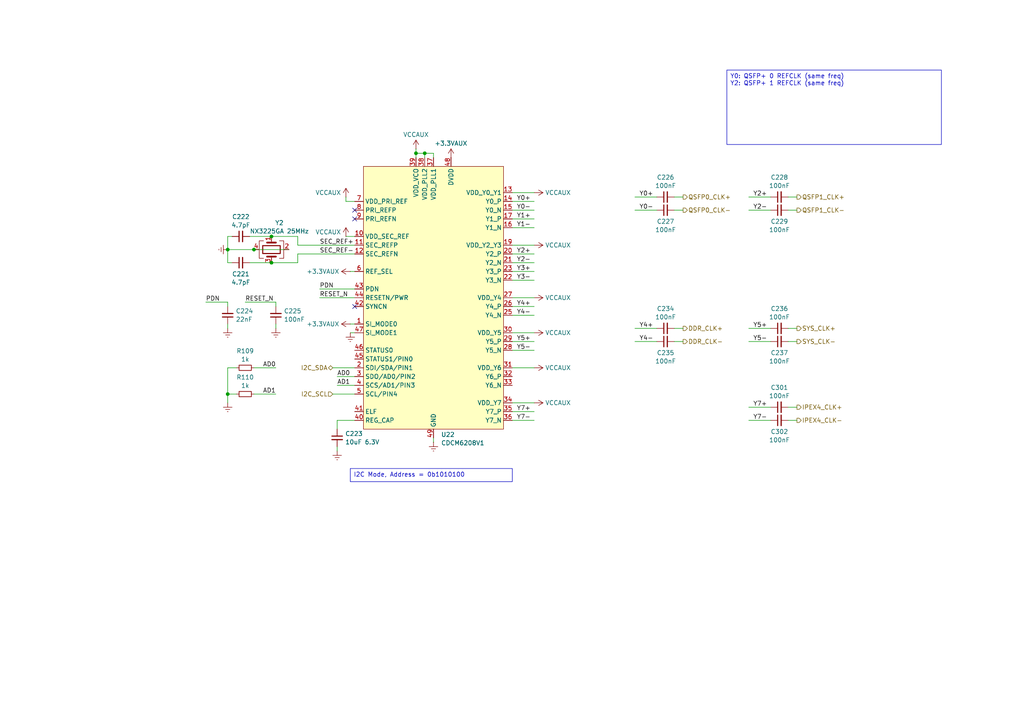
<source format=kicad_sch>
(kicad_sch (version 20231120) (generator "eeschema") (generator_version "8.0")
  (paper "A4")
  (lib_symbols
    (symbol "CHIPSAlliance_Timer_PLL:CDCM6208V1"
      (property "Reference" "U" (at -17.145 -40.005 0))
      (property "Value" "CDCM6208V1" (at 14.605 -40.005 0))
      (symbol "CDCM6208V1_0_0"
        (pin passive line (at -22.86 -7.62 0) (length 2.54) (name "SI_MODE0") (number "1"))
        (pin power_in line (at -22.86 17.78 0) (length 2.54) (name "VDD_SEC_REF") (number "10"))
        (pin input line (at -22.86 15.24 0) (length 2.54) (name "SEC_REFP") (number "11"))
        (pin input line (at -22.86 12.7 0) (length 2.54) (name "SEC_REFN") (number "12"))
        (pin power_in line (at 22.86 30.48 180) (length 2.54) (name "VDD_Y0_Y1") (number "13"))
        (pin output line (at 22.86 27.94 180) (length 2.54) (name "Y0_P") (number "14"))
        (pin output line (at 22.86 25.4 180) (length 2.54) (name "Y0_N") (number "15"))
        (pin output line (at 22.86 20.32 180) (length 2.54) (name "Y1_N") (number "16"))
        (pin output line (at 22.86 22.86 180) (length 2.54) (name "Y1_P") (number "17"))
        (pin power_in line (at 22.86 15.24 180) (length 2.54) (name "VDD_Y2_Y3") (number "19"))
        (pin bidirectional line (at -22.86 -20.32 0) (length 2.54) (name "SDI/SDA/PIN1") (number "2"))
        (pin output line (at 22.86 12.7 180) (length 2.54) (name "Y2_P") (number "20"))
        (pin output line (at 22.86 10.16 180) (length 2.54) (name "Y2_N") (number "21"))
        (pin output line (at 22.86 5.08 180) (length 2.54) (name "Y3_N") (number "22"))
        (pin output line (at 22.86 7.62 180) (length 2.54) (name "Y3_P") (number "23"))
        (pin output line (at 22.86 -5.08 180) (length 2.54) (name "Y4_N") (number "25"))
        (pin output line (at 22.86 -2.54 180) (length 2.54) (name "Y4_P") (number "26"))
        (pin power_in line (at 22.86 0 180) (length 2.54) (name "VDD_Y4") (number "27"))
        (pin output line (at 22.86 -15.24 180) (length 2.54) (name "Y5_N") (number "28"))
        (pin output line (at 22.86 -12.7 180) (length 2.54) (name "Y5_P") (number "29"))
        (pin bidirectional line (at -22.86 -22.86 0) (length 2.54) (name "SDO/AD0/PIN2") (number "3"))
        (pin power_in line (at 22.86 -10.16 180) (length 2.54) (name "VDD_Y5") (number "30"))
        (pin power_in line (at 22.86 -20.32 180) (length 2.54) (name "VDD_Y6") (number "31"))
        (pin output line (at 22.86 -22.86 180) (length 2.54) (name "Y6_P") (number "32"))
        (pin output line (at 22.86 -25.4 180) (length 2.54) (name "Y6_N") (number "33"))
        (pin power_in line (at 22.86 -30.48 180) (length 2.54) (name "VDD_Y7") (number "34"))
        (pin output line (at 22.86 -33.02 180) (length 2.54) (name "Y7_P") (number "35"))
        (pin output line (at 22.86 -35.56 180) (length 2.54) (name "Y7_N") (number "36"))
        (pin power_in line (at 0 40.64 270) (length 2.54) (name "VDD_PLL1") (number "37"))
        (pin power_in line (at -2.54 40.64 270) (length 2.54) (name "VDD_PLL2") (number "38"))
        (pin power_in line (at -5.08 40.64 270) (length 2.54) (name "VDD_VCO") (number "39"))
        (pin input line (at -22.86 -25.4 0) (length 2.54) (name "SCS/AD1/PIN3") (number "4"))
        (pin passive line (at -22.86 -35.56 0) (length 2.54) (name "REG_CAP") (number "40"))
        (pin output line (at -22.86 -33.02 0) (length 2.54) (name "ELF") (number "41"))
        (pin input line (at -22.86 -2.54 0) (length 2.54) (name "SYNCN") (number "42"))
        (pin input line (at -22.86 2.54 0) (length 2.54) (name "PDN") (number "43"))
        (pin input line (at -22.86 0 0) (length 2.54) (name "RESETN/PWR") (number "44"))
        (pin bidirectional line (at -22.86 -17.78 0) (length 2.54) (name "STATUS1/PIN0") (number "45"))
        (pin output line (at -22.86 -15.24 0) (length 2.54) (name "STATUS0") (number "46"))
        (pin input line (at -22.86 -10.16 0) (length 2.54) (name "SI_MODE1") (number "47"))
        (pin power_in line (at 5.08 40.64 270) (length 2.54) (name "DVDD") (number "48"))
        (pin power_in line (at 0 -40.64 90) (length 2.54) (name "GND") (number "49"))
        (pin input line (at -22.86 -27.94 0) (length 2.54) (name "SCL/PIN4") (number "5"))
        (pin input line (at -22.86 7.62 0) (length 2.54) (name "REF_SEL") (number "6"))
        (pin power_in line (at -22.86 27.94 0) (length 2.54) (name "VDD_PRI_REF") (number "7"))
        (pin input line (at -22.86 25.4 0) (length 2.54) (name "PRI_REFP") (number "8"))
        (pin input line (at -22.86 22.86 0) (length 2.54) (name "PRI_REFN") (number "9"))
      )
      (symbol "CDCM6208V1_1_0"
        (pin passive line (at 22.86 30.48 180) (length 2.54) hide (name "VDD_Y0_Y1") (number "18"))
        (pin passive line (at 22.86 15.24 180) (length 2.54) hide (name "VDD_Y2_Y3") (number "24"))
      )
      (symbol "CDCM6208V1_1_1"
        (rectangle (start -20.32 38.1) (end 20.32 -38.1) (fill (type background)))
      )
    )
    (symbol "Device:C_Small" (pin_numbers hide) (pin_names (offset 0.254) hide)
      (property "Reference" "C" (at 0.254 1.778 0))
      (property "Value" "C_Small" (at 0.254 -2.032 0))
      (symbol "C_Small_0_1"
        (polyline (pts (xy -1.524 -0.508) (xy 1.524 -0.508)) (stroke (width 0.3302)))
        (polyline (pts (xy -1.524 0.508) (xy 1.524 0.508)) (stroke (width 0.3048)))
      )
      (symbol "C_Small_1_1"
        (pin passive line (at 0 2.54 270) (length 2.032) (name "~") (number "1"))
        (pin passive line (at 0 -2.54 90) (length 2.032) (name "~") (number "2"))
      )
    )
    (symbol "Device:Crystal_GND24" (pin_names (offset 1.016) hide)
      (property "Reference" "Y" (at 3.175 5.08 0))
      (property "Value" "Crystal_GND24" (at 3.175 3.175 0))
      (symbol "Crystal_GND24_0_1"
        (rectangle (start -1.143 2.54) (end 1.143 -2.54) (stroke (width 0.3048)))
        (polyline (pts (xy -2.54 0) (xy -2.032 0)))
        (polyline (pts (xy -2.032 -1.27) (xy -2.032 1.27)) (stroke (width 0.508)))
        (polyline (pts (xy 0 -3.81) (xy 0 -3.556)))
        (polyline (pts (xy 0 3.556) (xy 0 3.81)))
        (polyline (pts (xy 2.032 -1.27) (xy 2.032 1.27)) (stroke (width 0.508)))
        (polyline (pts (xy 2.032 0) (xy 2.54 0)))
        (polyline (pts (xy -2.54 -2.286) (xy -2.54 -3.556) (xy 2.54 -3.556) (xy 2.54 -2.286)))
        (polyline (pts (xy -2.54 2.286) (xy -2.54 3.556) (xy 2.54 3.556) (xy 2.54 2.286)))
      )
      (symbol "Crystal_GND24_1_1"
        (pin passive line (at -3.81 0 0) (length 1.27) (name "1") (number "1"))
        (pin passive line (at 0 5.08 270) (length 1.27) (name "2") (number "2"))
        (pin passive line (at 3.81 0 180) (length 1.27) (name "3") (number "3"))
        (pin passive line (at 0 -5.08 90) (length 1.27) (name "4") (number "4"))
      )
    )
    (symbol "Device:R_Small" (pin_numbers hide) (pin_names (offset 0.254) hide)
      (property "Reference" "R" (at 0.762 0.508 0))
      (property "Value" "R_Small" (at 0.762 -1.016 0))
      (symbol "R_Small_0_1"
        (rectangle (start -0.762 1.778) (end 0.762 -1.778) (stroke (width 0.2032)))
      )
      (symbol "R_Small_1_1"
        (pin passive line (at 0 2.54 270) (length 0.762) (name "~") (number "1"))
        (pin passive line (at 0 -2.54 90) (length 0.762) (name "~") (number "2"))
      )
    )
    (symbol "power:+12V" (power) (pin_numbers hide) (pin_names (offset 0) hide)
      (property "Value" "+12V" (at 0 3.556 0))
      (symbol "+12V_0_1"
        (polyline (pts (xy -0.762 1.27) (xy 0 2.54)))
        (polyline (pts (xy 0 0) (xy 0 2.54)))
        (polyline (pts (xy 0 2.54) (xy 0.762 1.27)))
      )
      (symbol "+12V_1_1"
        (pin power_in line (at 0 0 90) (length 0) (name "~") (number "1"))
      )
    )
    (symbol "power:+5V" (power) (pin_numbers hide) (pin_names (offset 0) hide)
      (property "Value" "+5V" (at 0 3.556 0))
      (symbol "+5V_0_1"
        (polyline (pts (xy -0.762 1.27) (xy 0 2.54)))
        (polyline (pts (xy 0 0) (xy 0 2.54)))
        (polyline (pts (xy 0 2.54) (xy 0.762 1.27)))
      )
      (symbol "+5V_1_1"
        (pin power_in line (at 0 0 90) (length 0) (name "~") (number "1"))
      )
    )
    (symbol "power:Earth" (power) (pin_numbers hide) (pin_names (offset 0) hide)
      (property "Value" "Earth" (at 0 -3.81 0))
      (symbol "Earth_0_1"
        (polyline (pts (xy -0.635 -1.905) (xy 0.635 -1.905)))
        (polyline (pts (xy -0.127 -2.54) (xy 0.127 -2.54)))
        (polyline (pts (xy 0 -1.27) (xy 0 0)))
        (polyline (pts (xy 1.27 -1.27) (xy -1.27 -1.27)))
      )
      (symbol "Earth_1_1"
        (pin power_in line (at 0 0 270) (length 0) (name "~") (number "1"))
      )
    )
  )
  (junction (at 66.04 72.39))
  (junction (at 123.19 44.45))
  (junction (at 78.74 76.2))
  (junction (at 66.04 114.3))
  (junction (at 73.66 72.39))
  (junction (at 120.65 44.45))
  (junction (at 78.74 68.58))
  (no_connect (at 102.87 63.5))
  (no_connect (at 102.87 60.96))
  (no_connect (at 102.87 88.9))
  (wire (pts (xy 123.19 44.45) (xy 123.19 45.72)))
  (wire (pts (xy 97.79 121.92) (xy 102.87 121.92)))
  (wire (pts (xy 66.04 87.63) (xy 66.04 88.9)))
  (wire (pts (xy 228.6 99.06) (xy 231.14 99.06)))
  (wire (pts (xy 217.17 60.96) (xy 223.52 60.96)))
  (wire (pts (xy 228.6 57.15) (xy 231.14 57.15)))
  (wire (pts (xy 97.79 111.76) (xy 102.87 111.76)))
  (wire (pts (xy 125.73 44.45) (xy 123.19 44.45)))
  (wire (pts (xy 72.39 68.58) (xy 78.74 68.58)))
  (wire (pts (xy 148.59 76.2) (xy 154.94 76.2)))
  (wire (pts (xy 97.79 109.22) (xy 102.87 109.22)))
  (wire (pts (xy 148.59 86.36) (xy 154.94 86.36)))
  (wire (pts (xy 100.33 58.42) (xy 100.33 57.15)))
  (wire (pts (xy 217.17 118.11) (xy 223.52 118.11)))
  (wire (pts (xy 184.15 99.06) (xy 190.5 99.06)))
  (wire (pts (xy 66.04 93.98) (xy 66.04 95.25)))
  (wire (pts (xy 148.59 58.42) (xy 154.94 58.42)))
  (wire (pts (xy 96.52 106.68) (xy 102.87 106.68)))
  (wire (pts (xy 78.74 76.2) (xy 86.36 76.2)))
  (wire (pts (xy 92.71 83.82) (xy 102.87 83.82)))
  (wire (pts (xy 125.73 127) (xy 125.73 128.27)))
  (wire (pts (xy 184.15 60.96) (xy 190.5 60.96)))
  (wire (pts (xy 125.73 45.72) (xy 125.73 44.45)))
  (wire (pts (xy 92.71 86.36) (xy 102.87 86.36)))
  (wire (pts (xy 101.6 78.74) (xy 102.87 78.74)))
  (wire (pts (xy 66.04 68.58) (xy 66.04 72.39)))
  (wire (pts (xy 86.36 76.2) (xy 86.36 73.66)))
  (wire (pts (xy 66.04 76.2) (xy 66.04 72.39)))
  (wire (pts (xy 80.01 87.63) (xy 80.01 88.9)))
  (wire (pts (xy 66.04 72.39) (xy 73.66 72.39)))
  (wire (pts (xy 148.59 63.5) (xy 154.94 63.5)))
  (wire (pts (xy 66.04 106.68) (xy 68.58 106.68)))
  (wire (pts (xy 101.6 96.52) (xy 102.87 96.52)))
  (wire (pts (xy 228.6 121.92) (xy 231.14 121.92)))
  (wire (pts (xy 67.31 76.2) (xy 66.04 76.2)))
  (wire (pts (xy 96.52 114.3) (xy 102.87 114.3)))
  (wire (pts (xy 66.04 114.3) (xy 66.04 116.84)))
  (wire (pts (xy 148.59 119.38) (xy 154.94 119.38)))
  (wire (pts (xy 184.15 95.25) (xy 190.5 95.25)))
  (wire (pts (xy 228.6 95.25) (xy 231.14 95.25)))
  (wire (pts (xy 148.59 88.9) (xy 154.94 88.9)))
  (wire (pts (xy 120.65 44.45) (xy 120.65 43.18)))
  (wire (pts (xy 97.79 124.46) (xy 97.79 121.92)))
  (wire (pts (xy 148.59 96.52) (xy 154.94 96.52)))
  (wire (pts (xy 86.36 73.66) (xy 102.87 73.66)))
  (wire (pts (xy 67.31 68.58) (xy 66.04 68.58)))
  (wire (pts (xy 217.17 121.92) (xy 223.52 121.92)))
  (wire (pts (xy 148.59 60.96) (xy 154.94 60.96)))
  (wire (pts (xy 148.59 78.74) (xy 154.94 78.74)))
  (wire (pts (xy 148.59 99.06) (xy 154.94 99.06)))
  (wire (pts (xy 148.59 101.6) (xy 154.94 101.6)))
  (wire (pts (xy 195.58 57.15) (xy 198.12 57.15)))
  (wire (pts (xy 86.36 68.58) (xy 86.36 71.12)))
  (wire (pts (xy 71.12 87.63) (xy 80.01 87.63)))
  (wire (pts (xy 72.39 76.2) (xy 78.74 76.2)))
  (wire (pts (xy 102.87 58.42) (xy 100.33 58.42)))
  (wire (pts (xy 228.6 118.11) (xy 231.14 118.11)))
  (wire (pts (xy 148.59 55.88) (xy 154.94 55.88)))
  (wire (pts (xy 148.59 91.44) (xy 154.94 91.44)))
  (wire (pts (xy 148.59 121.92) (xy 154.94 121.92)))
  (wire (pts (xy 100.33 68.58) (xy 102.87 68.58)))
  (wire (pts (xy 195.58 60.96) (xy 198.12 60.96)))
  (wire (pts (xy 217.17 99.06) (xy 223.52 99.06)))
  (wire (pts (xy 123.19 44.45) (xy 120.65 44.45)))
  (wire (pts (xy 68.58 114.3) (xy 66.04 114.3)))
  (wire (pts (xy 148.59 73.66) (xy 154.94 73.66)))
  (wire (pts (xy 217.17 95.25) (xy 223.52 95.25)))
  (wire (pts (xy 195.58 95.25) (xy 198.12 95.25)))
  (wire (pts (xy 148.59 116.84) (xy 154.94 116.84)))
  (wire (pts (xy 228.6 60.96) (xy 231.14 60.96)))
  (wire (pts (xy 78.74 68.58) (xy 86.36 68.58)))
  (wire (pts (xy 217.17 57.15) (xy 223.52 57.15)))
  (wire (pts (xy 120.65 44.45) (xy 120.65 45.72)))
  (wire (pts (xy 97.79 129.54) (xy 97.79 130.81)))
  (wire (pts (xy 195.58 99.06) (xy 198.12 99.06)))
  (wire (pts (xy 101.6 93.98) (xy 102.87 93.98)))
  (wire (pts (xy 66.04 114.3) (xy 66.04 106.68)))
  (wire (pts (xy 73.66 72.39) (xy 83.82 72.39)))
  (wire (pts (xy 59.69 87.63) (xy 66.04 87.63)))
  (wire (pts (xy 80.01 93.98) (xy 80.01 95.25)))
  (wire (pts (xy 148.59 66.04) (xy 154.94 66.04)))
  (wire (pts (xy 184.15 57.15) (xy 190.5 57.15)))
  (wire (pts (xy 80.01 114.3) (xy 73.66 114.3)))
  (wire (pts (xy 86.36 71.12) (xy 102.87 71.12)))
  (wire (pts (xy 148.59 81.28) (xy 154.94 81.28)))
  (wire (pts (xy 148.59 71.12) (xy 154.94 71.12)))
  (wire (pts (xy 80.01 106.68) (xy 73.66 106.68)))
  (wire (pts (xy 148.59 106.68) (xy 154.94 106.68)))
  (text_box "Y0: QSFP+ 0 REFCLK (same freq)\nY2: QSFP+ 1 REFCLK (same freq)" (at 210.82 20.32 0) (size 62.23 21.59) (effects (font (size 1.27 1.27)) (justify left top)))
  (text_box "I2C Mode, Address = 0b1010100" (at 101.6 135.89 0) (size 46.99 3.81) (effects (font (size 1.27 1.27)) (justify left top)))
  (label "PDN" (at 59.69 87.63 0))
  (label "PDN" (at 92.71 83.82 0))
  (label "Y5+" (at 149.86 99.06 0))
  (label "Y7+" (at 149.86 119.38 0))
  (label "AD1" (at 97.79 111.76 0))
  (label "Y2-" (at 218.44 60.96 0))
  (label "Y5-" (at 149.86 101.6 0))
  (label "Y3-" (at 149.86 81.28 0))
  (label "Y7-" (at 149.86 121.92 0))
  (label "SEC_REF+" (at 92.71 71.12 0))
  (label "Y5+" (at 218.44 95.25 0))
  (label "Y7+" (at 218.44 118.11 0))
  (label "Y2+" (at 149.86 73.66 0))
  (label "Y3+" (at 149.86 78.74 0))
  (label "RESET_N" (at 92.71 86.36 0))
  (label "Y2+" (at 218.44 57.15 0))
  (label "Y0+" (at 149.86 58.42 0))
  (label "Y4+" (at 149.86 88.9 0))
  (label "Y4-" (at 149.86 91.44 0))
  (label "Y0-" (at 185.42 60.96 0))
  (label "AD1" (at 80.01 114.3 180))
  (label "Y1-" (at 149.86 66.04 0))
  (label "AD0" (at 80.01 106.68 180))
  (label "SEC_REF-" (at 92.71 73.66 0))
  (label "Y1+" (at 149.86 63.5 0))
  (label "Y5-" (at 218.44 99.06 0))
  (label "Y4+" (at 185.42 95.25 0))
  (label "AD0" (at 97.79 109.22 0))
  (label "Y0+" (at 185.42 57.15 0))
  (label "RESET_N" (at 71.12 87.63 0))
  (label "Y0-" (at 149.86 60.96 0))
  (label "Y7-" (at 218.44 121.92 0))
  (label "Y2-" (at 149.86 76.2 0))
  (label "Y4-" (at 185.42 99.06 0))
  (hierarchical_label "IPEX4_CLK-" (shape output) (at 231.14 121.92 0))
  (hierarchical_label "QSFP0_CLK+" (shape output) (at 198.12 57.15 0))
  (hierarchical_label "SYS_CLK-" (shape output) (at 231.14 99.06 0))
  (hierarchical_label "I2C_SCL" (shape input) (at 96.52 114.3 180))
  (hierarchical_label "DDR_CLK+" (shape output) (at 198.12 95.25 0))
  (hierarchical_label "QSFP0_CLK-" (shape output) (at 198.12 60.96 0))
  (hierarchical_label "QSFP1_CLK-" (shape output) (at 231.14 60.96 0))
  (hierarchical_label "IPEX4_CLK+" (shape output) (at 231.14 118.11 0))
  (hierarchical_label "QSFP1_CLK+" (shape output) (at 231.14 57.15 0))
  (hierarchical_label "SYS_CLK+" (shape output) (at 231.14 95.25 0))
  (hierarchical_label "DDR_CLK-" (shape output) (at 198.12 99.06 0))
  (hierarchical_label "I2C_SDA" (shape bidirectional) (at 96.52 106.68 180))
  (symbol (lib_id "Device:C_Small") (at 226.06 60.96 90) (unit 1)
    (property "Reference" "C229" (at 226.0663 64.2422 90))
    (property "Value" "100nF" (at 226.0663 66.6665 90))
    (property "Footprint" "Capacitor_SMD:C_0402_1005Metric" (effects (hide yes)))
    (property "Description" "Unpolarized capacitor, small symbol" (effects (hide yes)))
  )
  (symbol (lib_id "Device:C_Small") (at 193.04 57.15 90) (unit 1)
    (property "Reference" "C226" (at 193.0463 51.4434 90))
    (property "Value" "100nF" (at 193.0463 53.8677 90))
    (property "Footprint" "Capacitor_SMD:C_0402_1005Metric" (effects (hide yes)))
    (property "Description" "Unpolarized capacitor, small symbol" (effects (hide yes)))
  )
  (symbol (lib_id "power:+5V") (at 100.33 57.15 0) (unit 1)
    (property "Reference" "#PWR0296" (effects (hide yes)))
    (property "Value" "VCCAUX" (at 98.933 55.88 0) (effects (justify right)))
    (property "Description" "Power symbol creates a global label with \"VCCAUX\"" (effects (hide yes)))
  )
  (symbol (lib_id "power:+5V") (at 154.94 106.68 270) (unit 1)
    (property "Reference" "#PWR0301" (effects (hide yes)))
    (property "Value" "VCCAUX" (at 158.115 106.68 90) (effects (justify left)))
    (property "Description" "Power symbol creates a global label with \"VCCAUX\"" (effects (hide yes)))
  )
  (symbol (lib_id "power:+12V") (at 101.6 78.74 90) (unit 1)
    (property "Reference" "#PWR0305" (effects (hide yes)))
    (property "Value" "+3.3VAUX" (at 98.425 78.74 90) (effects (justify left)))
    (property "Description" "Power symbol creates a global label with name \"+3.3VAUX\"" (effects (hide yes)))
  )
  (symbol (lib_id "power:Earth") (at 80.01 95.25 0) (mirror y) (unit 1)
    (property "Reference" "#PWR0311" (effects (hide yes)))
    (property "Value" "Earth" (effects (hide yes)))
    (property "Description" "Power symbol creates a global label with name \"Earth\"" (effects (hide yes)))
  )
  (symbol (lib_id "CHIPSAlliance_Timer_PLL:CDCM6208V1") (at 125.73 86.36 0) (unit 1)
    (property "Reference" "U22" (at 127.9241 126.0531 0) (effects (justify left)))
    (property "Value" "CDCM6208V1" (at 127.9241 128.4774 0) (effects (justify left)))
    (property "Footprint" "Package_DFN_QFN:Texas_RGZ0048A_VQFN-48-1EP_7x7mm_P0.5mm_EP5.15x5.15mm" (effects (hide yes)))
    (property "Datasheet" "https://www.ti.com/lit/ds/symlink/cdcm6208.pdf" (effects (hide yes)))
    (property "Description" "2:8 Clock Generator, Jitter Cleaner With Fractional Dividers" (effects (hide yes)))
  )
  (symbol (lib_id "power:+12V") (at 130.81 45.72 0) (unit 1)
    (property "Reference" "#PWR0293" (effects (hide yes)))
    (property "Value" "+3.3VAUX" (at 130.81 41.5869 0))
    (property "Description" "Power symbol creates a global label with name \"+3.3VAUX\"" (effects (hide yes)))
  )
  (symbol (lib_id "power:+5V") (at 154.94 55.88 270) (unit 1)
    (property "Reference" "#PWR0297" (effects (hide yes)))
    (property "Value" "VCCAUX" (at 158.115 55.88 90) (effects (justify left)))
    (property "Description" "Power symbol creates a global label with \"VCCAUX\"" (effects (hide yes)))
  )
  (symbol (lib_id "Device:C_Small") (at 69.85 76.2 90) (unit 1)
    (property "Reference" "C221" (at 69.8563 79.4822 90))
    (property "Value" "4.7pF" (at 69.8563 81.9065 90))
    (property "Footprint" "Capacitor_SMD:C_0402_1005Metric" (effects (hide yes)))
    (property "Description" "Unpolarized capacitor, small symbol" (effects (hide yes)))
  )
  (symbol (lib_id "Device:C_Small") (at 226.06 121.92 90) (unit 1)
    (property "Reference" "C302" (at 226.0663 125.2022 90))
    (property "Value" "100nF" (at 226.0663 127.6265 90))
    (property "Footprint" "Capacitor_SMD:C_0402_1005Metric" (effects (hide yes)))
    (property "Description" "Unpolarized capacitor, small symbol" (effects (hide yes)))
  )
  (symbol (lib_id "Device:C_Small") (at 193.04 95.25 90) (unit 1)
    (property "Reference" "C234" (at 193.0463 89.5434 90))
    (property "Value" "100nF" (at 193.0463 91.9677 90))
    (property "Footprint" "Capacitor_SMD:C_0402_1005Metric" (effects (hide yes)))
    (property "Description" "Unpolarized capacitor, small symbol" (effects (hide yes)))
  )
  (symbol (lib_id "Device:C_Small") (at 193.04 99.06 90) (unit 1)
    (property "Reference" "C235" (at 193.0463 102.3422 90))
    (property "Value" "100nF" (at 193.0463 104.7665 90))
    (property "Footprint" "Capacitor_SMD:C_0402_1005Metric" (effects (hide yes)))
    (property "Description" "Unpolarized capacitor, small symbol" (effects (hide yes)))
  )
  (symbol (lib_id "power:+12V") (at 101.6 93.98 90) (unit 1)
    (property "Reference" "#PWR0306" (effects (hide yes)))
    (property "Value" "+3.3VAUX" (at 98.425 93.98 90) (effects (justify left)))
    (property "Description" "Power symbol creates a global label with name \"+3.3VAUX\"" (effects (hide yes)))
  )
  (symbol (lib_id "power:+5V") (at 154.94 116.84 270) (unit 1)
    (property "Reference" "#PWR0302" (effects (hide yes)))
    (property "Value" "VCCAUX" (at 158.115 116.84 90) (effects (justify left)))
    (property "Description" "Power symbol creates a global label with \"VCCAUX\"" (effects (hide yes)))
  )
  (symbol (lib_id "power:Earth") (at 97.79 130.81 0) (mirror y) (unit 1)
    (property "Reference" "#PWR0309" (effects (hide yes)))
    (property "Value" "Earth" (effects (hide yes)))
    (property "Description" "Power symbol creates a global label with name \"Earth\"" (effects (hide yes)))
  )
  (symbol (lib_id "power:+5V") (at 120.65 43.18 0) (unit 1)
    (property "Reference" "#PWR0294" (effects (hide yes)))
    (property "Value" "VCCAUX" (at 120.65 39.0469 0))
    (property "Description" "Power symbol creates a global label with \"VCCAUX\"" (effects (hide yes)))
  )
  (symbol (lib_id "Device:R_Small") (at 71.12 106.68 90) (unit 1)
    (property "Reference" "R109" (at 71.12 101.7989 90))
    (property "Value" "1k" (at 71.12 104.2232 90))
    (property "Footprint" "Resistor_SMD:R_0402_1005Metric" (effects (hide yes)))
    (property "Description" "Resistor, small symbol" (effects (hide yes)))
  )
  (symbol (lib_id "Device:C_Small") (at 226.06 118.11 90) (unit 1)
    (property "Reference" "C301" (at 226.0663 112.4034 90))
    (property "Value" "100nF" (at 226.0663 114.8277 90))
    (property "Footprint" "Capacitor_SMD:C_0402_1005Metric" (effects (hide yes)))
    (property "Description" "Unpolarized capacitor, small symbol" (effects (hide yes)))
  )
  (symbol (lib_id "power:+5V") (at 154.94 96.52 270) (unit 1)
    (property "Reference" "#PWR0300" (effects (hide yes)))
    (property "Value" "VCCAUX" (at 158.115 96.52 90) (effects (justify left)))
    (property "Description" "Power symbol creates a global label with \"VCCAUX\"" (effects (hide yes)))
  )
  (symbol (lib_id "Device:C_Small") (at 226.06 95.25 90) (unit 1)
    (property "Reference" "C236" (at 226.0663 89.5434 90))
    (property "Value" "100nF" (at 226.0663 91.9677 90))
    (property "Footprint" "Capacitor_SMD:C_0402_1005Metric" (effects (hide yes)))
    (property "Description" "Unpolarized capacitor, small symbol" (effects (hide yes)))
  )
  (symbol (lib_id "power:+5V") (at 154.94 71.12 270) (unit 1)
    (property "Reference" "#PWR0298" (effects (hide yes)))
    (property "Value" "VCCAUX" (at 158.115 71.12 90) (effects (justify left)))
    (property "Description" "Power symbol creates a global label with \"VCCAUX\"" (effects (hide yes)))
  )
  (symbol (lib_id "Device:R_Small") (at 71.12 114.3 90) (unit 1)
    (property "Reference" "R110" (at 71.12 109.4189 90))
    (property "Value" "1k" (at 71.12 111.8432 90))
    (property "Footprint" "Resistor_SMD:R_0402_1005Metric" (effects (hide yes)))
    (property "Description" "Resistor, small symbol" (effects (hide yes)))
  )
  (symbol (lib_id "Device:C_Small") (at 66.04 91.44 180) (unit 1)
    (property "Reference" "C224" (at 68.3641 90.2214 0) (effects (justify right)))
    (property "Value" "22nF" (at 68.3641 92.6457 0) (effects (justify right)))
    (property "Footprint" "Capacitor_SMD:C_0402_1005Metric" (effects (hide yes)))
    (property "Description" "Unpolarized capacitor, small symbol" (effects (hide yes)))
  )
  (symbol (lib_id "Device:Crystal_GND24") (at 78.74 72.39 270) (unit 1)
    (property "Reference" "Y2" (at 81.026 64.6317 90))
    (property "Value" "NX3225GA 25MHz" (at 81.026 67.056 90))
    (property "Footprint" "Crystal:Crystal_SMD_3225-4Pin_3.2x2.5mm" (effects (hide yes)))
    (property "Description" "Four pin crystal, GND on pins 2 and 4, small symbol" (effects (hide yes)))
    (property "LCSC Part" "C438901" (effects (hide yes)))
  )
  (symbol (lib_id "power:+5V") (at 154.94 86.36 270) (unit 1)
    (property "Reference" "#PWR0299" (effects (hide yes)))
    (property "Value" "VCCAUX" (at 158.115 86.36 90) (effects (justify left)))
    (property "Description" "Power symbol creates a global label with \"VCCAUX\"" (effects (hide yes)))
  )
  (symbol (lib_id "power:Earth") (at 125.73 128.27 0) (mirror y) (unit 1)
    (property "Reference" "#PWR0303" (effects (hide yes)))
    (property "Value" "Earth" (effects (hide yes)))
    (property "Description" "Power symbol creates a global label with name \"Earth\"" (effects (hide yes)))
  )
  (symbol (lib_id "power:Earth") (at 66.04 72.39 270) (mirror x) (unit 1)
    (property "Reference" "#PWR0292" (effects (hide yes)))
    (property "Value" "Earth" (effects (hide yes)))
    (property "Description" "Power symbol creates a global label with name \"Earth\"" (effects (hide yes)))
  )
  (symbol (lib_id "power:Earth") (at 66.04 116.84 0) (unit 1)
    (property "Reference" "#PWR0308" (effects (hide yes)))
    (property "Value" "Earth" (effects (hide yes)))
    (property "Description" "Power symbol creates a global label with name \"Earth\"" (effects (hide yes)))
  )
  (symbol (lib_id "power:Earth") (at 101.6 96.52 0) (mirror y) (unit 1)
    (property "Reference" "#PWR0304" (effects (hide yes)))
    (property "Value" "Earth" (effects (hide yes)))
    (property "Description" "Power symbol creates a global label with name \"Earth\"" (effects (hide yes)))
  )
  (symbol (lib_id "Device:C_Small") (at 226.06 99.06 90) (unit 1)
    (property "Reference" "C237" (at 226.0663 102.3422 90))
    (property "Value" "100nF" (at 226.0663 104.7665 90))
    (property "Footprint" "Capacitor_SMD:C_0402_1005Metric" (effects (hide yes)))
    (property "Description" "Unpolarized capacitor, small symbol" (effects (hide yes)))
  )
  (symbol (lib_id "Device:C_Small") (at 97.79 127 0) (unit 1)
    (property "Reference" "C223" (at 100.1141 125.7941 0) (effects (justify left)))
    (property "Value" "10uF 6.3V" (at 100.1141 128.2184 0) (effects (justify left)))
    (property "Footprint" "Capacitor_SMD:C_0402_1005Metric" (effects (hide yes)))
    (property "Description" "Unpolarized capacitor, small symbol" (effects (hide yes)))
  )
  (symbol (lib_id "Device:C_Small") (at 69.85 68.58 90) (unit 1)
    (property "Reference" "C222" (at 69.8563 62.8734 90))
    (property "Value" "4.7pF" (at 69.8563 65.2977 90))
    (property "Footprint" "Capacitor_SMD:C_0402_1005Metric" (effects (hide yes)))
    (property "Description" "Unpolarized capacitor, small symbol" (effects (hide yes)))
  )
  (symbol (lib_id "Device:C_Small") (at 193.04 60.96 90) (unit 1)
    (property "Reference" "C227" (at 193.0463 64.2422 90))
    (property "Value" "100nF" (at 193.0463 66.6665 90))
    (property "Footprint" "Capacitor_SMD:C_0402_1005Metric" (effects (hide yes)))
    (property "Description" "Unpolarized capacitor, small symbol" (effects (hide yes)))
  )
  (symbol (lib_id "Device:C_Small") (at 80.01 91.44 180) (unit 1)
    (property "Reference" "C225" (at 82.3341 90.2214 0) (effects (justify right)))
    (property "Value" "100nF" (at 82.3341 92.6457 0) (effects (justify right)))
    (property "Footprint" "Capacitor_SMD:C_0402_1005Metric" (effects (hide yes)))
    (property "Description" "Unpolarized capacitor, small symbol" (effects (hide yes)))
  )
  (symbol (lib_id "Device:C_Small") (at 226.06 57.15 90) (unit 1)
    (property "Reference" "C228" (at 226.0663 51.4434 90))
    (property "Value" "100nF" (at 226.0663 53.8677 90))
    (property "Footprint" "Capacitor_SMD:C_0402_1005Metric" (effects (hide yes)))
    (property "Description" "Unpolarized capacitor, small symbol" (effects (hide yes)))
  )
  (symbol (lib_id "power:+5V") (at 100.33 68.58 0) (unit 1)
    (property "Reference" "#PWR0295" (effects (hide yes)))
    (property "Value" "VCCAUX" (at 98.933 67.31 0) (effects (justify right)))
    (property "Description" "Power symbol creates a global label with \"VCCAUX\"" (effects (hide yes)))
  )
  (symbol (lib_id "power:Earth") (at 66.04 95.25 0) (mirror y) (unit 1)
    (property "Reference" "#PWR0310" (effects (hide yes)))
    (property "Value" "Earth" (effects (hide yes)))
    (property "Description" "Power symbol creates a global label with name \"Earth\"" (effects (hide yes)))
  )
)
</source>
